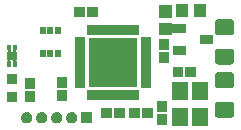
<source format=gts>
G04 #@! TF.GenerationSoftware,KiCad,Pcbnew,5.0.0-rc3+dfsg1-2*
G04 #@! TF.CreationDate,2018-08-10T14:47:19+09:00*
G04 #@! TF.ProjectId,fst-01,6673742D30312E6B696361645F706362,rev?*
G04 #@! TF.SameCoordinates,PX791ddc0PY5e69114*
G04 #@! TF.FileFunction,Soldermask,Top*
G04 #@! TF.FilePolarity,Negative*
%FSLAX46Y46*%
G04 Gerber Fmt 4.6, Leading zero omitted, Abs format (unit mm)*
G04 Created by KiCad (PCBNEW 5.0.0-rc3+dfsg1-2) date Fri Aug 10 14:47:19 2018*
%MOMM*%
%LPD*%
G01*
G04 APERTURE LIST*
%ADD10C,0.150000*%
G04 APERTURE END LIST*
D10*
G36*
X-2373800Y-4879700D02*
X-3726200Y-4879700D01*
X-3726200Y-3327300D01*
X-2373800Y-3327300D01*
X-2373800Y-4879700D01*
X-2373800Y-4879700D01*
G37*
G36*
X-673800Y-4879700D02*
X-2026200Y-4879700D01*
X-2026200Y-3327300D01*
X-673800Y-3327300D01*
X-673800Y-4879700D01*
X-673800Y-4879700D01*
G37*
G36*
X-4124550Y-4809340D02*
X-4975450Y-4809340D01*
X-4975450Y-3894940D01*
X-4124550Y-3894940D01*
X-4124550Y-4809340D01*
X-4124550Y-4809340D01*
G37*
G36*
X-12053098Y-3720400D02*
X-12021083Y-3733661D01*
X-11966436Y-3756296D01*
X-11966435Y-3756297D01*
X-11888440Y-3808411D01*
X-11822111Y-3874740D01*
X-11785487Y-3929553D01*
X-11769996Y-3952736D01*
X-11763887Y-3967485D01*
X-11734100Y-4039398D01*
X-11715800Y-4131398D01*
X-11715800Y-4225202D01*
X-11734100Y-4317202D01*
X-11734102Y-4317206D01*
X-11769996Y-4403864D01*
X-11769997Y-4403865D01*
X-11822111Y-4481860D01*
X-11888440Y-4548189D01*
X-11947003Y-4587319D01*
X-11966436Y-4600304D01*
X-12021083Y-4622939D01*
X-12053098Y-4636200D01*
X-12145098Y-4654500D01*
X-12238902Y-4654500D01*
X-12330902Y-4636200D01*
X-12362917Y-4622939D01*
X-12417564Y-4600304D01*
X-12436997Y-4587319D01*
X-12495560Y-4548189D01*
X-12561889Y-4481860D01*
X-12614003Y-4403865D01*
X-12614004Y-4403864D01*
X-12649898Y-4317206D01*
X-12649900Y-4317202D01*
X-12668200Y-4225202D01*
X-12668200Y-4131398D01*
X-12649900Y-4039398D01*
X-12620113Y-3967485D01*
X-12614004Y-3952736D01*
X-12598513Y-3929553D01*
X-12561889Y-3874740D01*
X-12495560Y-3808411D01*
X-12417565Y-3756297D01*
X-12417564Y-3756296D01*
X-12362917Y-3733661D01*
X-12330902Y-3720400D01*
X-12238902Y-3702100D01*
X-12145098Y-3702100D01*
X-12053098Y-3720400D01*
X-12053098Y-3720400D01*
G37*
G36*
X-10445800Y-4654500D02*
X-11398200Y-4654500D01*
X-11398200Y-3702100D01*
X-10445800Y-3702100D01*
X-10445800Y-4654500D01*
X-10445800Y-4654500D01*
G37*
G36*
X-13323098Y-3720400D02*
X-13291083Y-3733661D01*
X-13236436Y-3756296D01*
X-13236435Y-3756297D01*
X-13158440Y-3808411D01*
X-13092111Y-3874740D01*
X-13055487Y-3929553D01*
X-13039996Y-3952736D01*
X-13033887Y-3967485D01*
X-13004100Y-4039398D01*
X-12985800Y-4131398D01*
X-12985800Y-4225202D01*
X-13004100Y-4317202D01*
X-13004102Y-4317206D01*
X-13039996Y-4403864D01*
X-13039997Y-4403865D01*
X-13092111Y-4481860D01*
X-13158440Y-4548189D01*
X-13217003Y-4587319D01*
X-13236436Y-4600304D01*
X-13291083Y-4622939D01*
X-13323098Y-4636200D01*
X-13415098Y-4654500D01*
X-13508902Y-4654500D01*
X-13600902Y-4636200D01*
X-13632917Y-4622939D01*
X-13687564Y-4600304D01*
X-13706997Y-4587319D01*
X-13765560Y-4548189D01*
X-13831889Y-4481860D01*
X-13884003Y-4403865D01*
X-13884004Y-4403864D01*
X-13919898Y-4317206D01*
X-13919900Y-4317202D01*
X-13938200Y-4225202D01*
X-13938200Y-4131398D01*
X-13919900Y-4039398D01*
X-13890113Y-3967485D01*
X-13884004Y-3952736D01*
X-13868513Y-3929553D01*
X-13831889Y-3874740D01*
X-13765560Y-3808411D01*
X-13687565Y-3756297D01*
X-13687564Y-3756296D01*
X-13632917Y-3733661D01*
X-13600902Y-3720400D01*
X-13508902Y-3702100D01*
X-13415098Y-3702100D01*
X-13323098Y-3720400D01*
X-13323098Y-3720400D01*
G37*
G36*
X-15863098Y-3720400D02*
X-15831083Y-3733661D01*
X-15776436Y-3756296D01*
X-15776435Y-3756297D01*
X-15698440Y-3808411D01*
X-15632111Y-3874740D01*
X-15595487Y-3929553D01*
X-15579996Y-3952736D01*
X-15573887Y-3967485D01*
X-15544100Y-4039398D01*
X-15525800Y-4131398D01*
X-15525800Y-4225202D01*
X-15544100Y-4317202D01*
X-15544102Y-4317206D01*
X-15579996Y-4403864D01*
X-15579997Y-4403865D01*
X-15632111Y-4481860D01*
X-15698440Y-4548189D01*
X-15757003Y-4587319D01*
X-15776436Y-4600304D01*
X-15831083Y-4622939D01*
X-15863098Y-4636200D01*
X-15955098Y-4654500D01*
X-16048902Y-4654500D01*
X-16140902Y-4636200D01*
X-16172917Y-4622939D01*
X-16227564Y-4600304D01*
X-16246997Y-4587319D01*
X-16305560Y-4548189D01*
X-16371889Y-4481860D01*
X-16424003Y-4403865D01*
X-16424004Y-4403864D01*
X-16459898Y-4317206D01*
X-16459900Y-4317202D01*
X-16478200Y-4225202D01*
X-16478200Y-4131398D01*
X-16459900Y-4039398D01*
X-16430113Y-3967485D01*
X-16424004Y-3952736D01*
X-16408513Y-3929553D01*
X-16371889Y-3874740D01*
X-16305560Y-3808411D01*
X-16227565Y-3756297D01*
X-16227564Y-3756296D01*
X-16172917Y-3733661D01*
X-16140902Y-3720400D01*
X-16048902Y-3702100D01*
X-15955098Y-3702100D01*
X-15863098Y-3720400D01*
X-15863098Y-3720400D01*
G37*
G36*
X-14593098Y-3720400D02*
X-14561083Y-3733661D01*
X-14506436Y-3756296D01*
X-14506435Y-3756297D01*
X-14428440Y-3808411D01*
X-14362111Y-3874740D01*
X-14325487Y-3929553D01*
X-14309996Y-3952736D01*
X-14303887Y-3967485D01*
X-14274100Y-4039398D01*
X-14255800Y-4131398D01*
X-14255800Y-4225202D01*
X-14274100Y-4317202D01*
X-14274102Y-4317206D01*
X-14309996Y-4403864D01*
X-14309997Y-4403865D01*
X-14362111Y-4481860D01*
X-14428440Y-4548189D01*
X-14487003Y-4587319D01*
X-14506436Y-4600304D01*
X-14561083Y-4622939D01*
X-14593098Y-4636200D01*
X-14685098Y-4654500D01*
X-14778902Y-4654500D01*
X-14870902Y-4636200D01*
X-14902917Y-4622939D01*
X-14957564Y-4600304D01*
X-14976997Y-4587319D01*
X-15035560Y-4548189D01*
X-15101889Y-4481860D01*
X-15154003Y-4403865D01*
X-15154004Y-4403864D01*
X-15189898Y-4317206D01*
X-15189900Y-4317202D01*
X-15208200Y-4225202D01*
X-15208200Y-4131398D01*
X-15189900Y-4039398D01*
X-15160113Y-3967485D01*
X-15154004Y-3952736D01*
X-15138513Y-3929553D01*
X-15101889Y-3874740D01*
X-15035560Y-3808411D01*
X-14957565Y-3756297D01*
X-14957564Y-3756296D01*
X-14902917Y-3733661D01*
X-14870902Y-3720400D01*
X-14778902Y-3702100D01*
X-14685098Y-3702100D01*
X-14593098Y-3720400D01*
X-14593098Y-3720400D01*
G37*
G36*
X-6391440Y-4178950D02*
X-7305840Y-4178950D01*
X-7305840Y-3328050D01*
X-6391440Y-3328050D01*
X-6391440Y-4178950D01*
X-6391440Y-4178950D01*
G37*
G36*
X-5294160Y-4178950D02*
X-6208560Y-4178950D01*
X-6208560Y-3328050D01*
X-5294160Y-3328050D01*
X-5294160Y-4178950D01*
X-5294160Y-4178950D01*
G37*
G36*
X-7694160Y-4178950D02*
X-8608560Y-4178950D01*
X-8608560Y-3328050D01*
X-7694160Y-3328050D01*
X-7694160Y-4178950D01*
X-7694160Y-4178950D01*
G37*
G36*
X-8791440Y-4178950D02*
X-9705840Y-4178950D01*
X-9705840Y-3328050D01*
X-8791440Y-3328050D01*
X-8791440Y-4178950D01*
X-8791440Y-4178950D01*
G37*
G36*
X1329553Y-2829988D02*
X1386968Y-2847404D01*
X1439877Y-2875684D01*
X1486254Y-2913746D01*
X1524316Y-2960123D01*
X1552596Y-3013032D01*
X1570012Y-3070447D01*
X1576200Y-3133267D01*
X1576200Y-3866733D01*
X1570012Y-3929553D01*
X1552596Y-3986968D01*
X1524316Y-4039877D01*
X1486254Y-4086254D01*
X1439877Y-4124316D01*
X1386968Y-4152596D01*
X1329553Y-4170012D01*
X1266733Y-4176200D01*
X233267Y-4176200D01*
X170447Y-4170012D01*
X113032Y-4152596D01*
X60123Y-4124316D01*
X13746Y-4086254D01*
X-24316Y-4039877D01*
X-52596Y-3986968D01*
X-70012Y-3929553D01*
X-76200Y-3866733D01*
X-76200Y-3133267D01*
X-70012Y-3070447D01*
X-52596Y-3013032D01*
X-24316Y-2960123D01*
X13746Y-2913746D01*
X60123Y-2875684D01*
X113032Y-2847404D01*
X170447Y-2829988D01*
X233267Y-2823800D01*
X1266733Y-2823800D01*
X1329553Y-2829988D01*
X1329553Y-2829988D01*
G37*
G36*
X-4124550Y-3712060D02*
X-4975450Y-3712060D01*
X-4975450Y-2797660D01*
X-4124550Y-2797660D01*
X-4124550Y-3712060D01*
X-4124550Y-3712060D01*
G37*
G36*
X-15324550Y-2859340D02*
X-16175450Y-2859340D01*
X-16175450Y-1944940D01*
X-15324550Y-1944940D01*
X-15324550Y-2859340D01*
X-15324550Y-2859340D01*
G37*
G36*
X-16823800Y-2829000D02*
X-17676200Y-2829000D01*
X-17676200Y-1976600D01*
X-16823800Y-1976600D01*
X-16823800Y-2829000D01*
X-16823800Y-2829000D01*
G37*
G36*
X-12574550Y-2783840D02*
X-13425450Y-2783840D01*
X-13425450Y-1869440D01*
X-12574550Y-1869440D01*
X-12574550Y-2783840D01*
X-12574550Y-2783840D01*
G37*
G36*
X-6510000Y-2703500D02*
X-10890000Y-2703500D01*
X-10890000Y-1853500D01*
X-6510000Y-1853500D01*
X-6510000Y-2703500D01*
X-6510000Y-2703500D01*
G37*
G36*
X-673800Y-2679700D02*
X-2026200Y-2679700D01*
X-2026200Y-1127300D01*
X-673800Y-1127300D01*
X-673800Y-2679700D01*
X-673800Y-2679700D01*
G37*
G36*
X-2373800Y-2679700D02*
X-3726200Y-2679700D01*
X-3726200Y-1127300D01*
X-2373800Y-1127300D01*
X-2373800Y-2679700D01*
X-2373800Y-2679700D01*
G37*
G36*
X-15324550Y-1762060D02*
X-16175450Y-1762060D01*
X-16175450Y-847660D01*
X-15324550Y-847660D01*
X-15324550Y-1762060D01*
X-15324550Y-1762060D01*
G37*
G36*
X-11050000Y-1693500D02*
X-11900000Y-1693500D01*
X-11900000Y2686500D01*
X-11050000Y2686500D01*
X-11050000Y-1693500D01*
X-11050000Y-1693500D01*
G37*
G36*
X-5500000Y-1693500D02*
X-6350000Y-1693500D01*
X-6350000Y2686500D01*
X-5500000Y2686500D01*
X-5500000Y-1693500D01*
X-5500000Y-1693500D01*
G37*
G36*
X-12574550Y-1686560D02*
X-13425450Y-1686560D01*
X-13425450Y-772160D01*
X-12574550Y-772160D01*
X-12574550Y-1686560D01*
X-12574550Y-1686560D01*
G37*
G36*
X1329553Y-329988D02*
X1386968Y-347404D01*
X1439877Y-375684D01*
X1486254Y-413746D01*
X1524316Y-460123D01*
X1552596Y-513032D01*
X1570012Y-570447D01*
X1576200Y-633267D01*
X1576200Y-1366733D01*
X1570012Y-1429553D01*
X1552596Y-1486968D01*
X1524316Y-1539877D01*
X1486254Y-1586254D01*
X1439877Y-1624316D01*
X1386968Y-1652596D01*
X1329553Y-1670012D01*
X1266733Y-1676200D01*
X233267Y-1676200D01*
X170447Y-1670012D01*
X113032Y-1652596D01*
X60123Y-1624316D01*
X13746Y-1586254D01*
X-24316Y-1539877D01*
X-52596Y-1486968D01*
X-70012Y-1429553D01*
X-76200Y-1366733D01*
X-76200Y-633267D01*
X-70012Y-570447D01*
X-52596Y-513032D01*
X-24316Y-460123D01*
X13746Y-413746D01*
X60123Y-375684D01*
X113032Y-347404D01*
X170447Y-329988D01*
X233267Y-323800D01*
X1266733Y-323800D01*
X1329553Y-329988D01*
X1329553Y-329988D01*
G37*
G36*
X-6650000Y-1553500D02*
X-10750000Y-1553500D01*
X-10750000Y2546500D01*
X-6650000Y2546500D01*
X-6650000Y-1553500D01*
X-6650000Y-1553500D01*
G37*
G36*
X-16823800Y-1330400D02*
X-17676200Y-1330400D01*
X-17676200Y-478000D01*
X-16823800Y-478000D01*
X-16823800Y-1330400D01*
X-16823800Y-1330400D01*
G37*
G36*
X-2741440Y-728950D02*
X-3655840Y-728950D01*
X-3655840Y121950D01*
X-2741440Y121950D01*
X-2741440Y-728950D01*
X-2741440Y-728950D01*
G37*
G36*
X-1644160Y-728950D02*
X-2558560Y-728950D01*
X-2558560Y121950D01*
X-1644160Y121950D01*
X-1644160Y-728950D01*
X-1644160Y-728950D01*
G37*
G36*
X-17378898Y2015272D02*
X-17369904Y2012544D01*
X-17361614Y2008113D01*
X-17354349Y2002151D01*
X-17348387Y1994886D01*
X-17343956Y1986596D01*
X-17341228Y1977602D01*
X-17340000Y1965134D01*
X-17340000Y1567866D01*
X-17341228Y1555398D01*
X-17343956Y1546404D01*
X-17348387Y1538114D01*
X-17354349Y1530849D01*
X-17356499Y1529085D01*
X-17365301Y1520283D01*
X-17372217Y1509933D01*
X-17376980Y1498432D01*
X-17379408Y1486223D01*
X-17379408Y1473775D01*
X-17376979Y1461566D01*
X-17372215Y1450065D01*
X-17365299Y1439715D01*
X-17356497Y1430913D01*
X-17346147Y1423997D01*
X-17334646Y1419234D01*
X-17316214Y1416500D01*
X-17183786Y1416500D01*
X-17171398Y1417720D01*
X-17159486Y1421334D01*
X-17148507Y1427202D01*
X-17138885Y1435099D01*
X-17130988Y1444721D01*
X-17125120Y1455700D01*
X-17121506Y1467612D01*
X-17120286Y1480000D01*
X-17121506Y1492388D01*
X-17125120Y1504300D01*
X-17130988Y1515279D01*
X-17143501Y1529085D01*
X-17145651Y1530849D01*
X-17151613Y1538114D01*
X-17156044Y1546404D01*
X-17158772Y1555398D01*
X-17160000Y1567866D01*
X-17160000Y1965134D01*
X-17158772Y1977602D01*
X-17156044Y1986596D01*
X-17151613Y1994886D01*
X-17145651Y2002151D01*
X-17138386Y2008113D01*
X-17130096Y2012544D01*
X-17121102Y2015272D01*
X-17108634Y2016500D01*
X-16891366Y2016500D01*
X-16878898Y2015272D01*
X-16869904Y2012544D01*
X-16861614Y2008113D01*
X-16854349Y2002151D01*
X-16848387Y1994886D01*
X-16843956Y1986596D01*
X-16841228Y1977602D01*
X-16840000Y1965134D01*
X-16840000Y1567866D01*
X-16841228Y1555398D01*
X-16843956Y1546404D01*
X-16848387Y1538114D01*
X-16854349Y1530849D01*
X-16861614Y1524887D01*
X-16869902Y1520457D01*
X-16872520Y1519663D01*
X-16884021Y1514900D01*
X-16894372Y1507985D01*
X-16903175Y1499183D01*
X-16910091Y1488833D01*
X-16914856Y1477333D01*
X-16917285Y1465124D01*
X-16917286Y1452676D01*
X-16914858Y1440467D01*
X-16910095Y1428966D01*
X-16903180Y1418615D01*
X-16894378Y1409812D01*
X-16884025Y1402894D01*
X-16863835Y1392102D01*
X-16842174Y1374326D01*
X-16824398Y1352665D01*
X-16811189Y1327952D01*
X-16803054Y1301135D01*
X-16800000Y1270132D01*
X-16800000Y862868D01*
X-16803054Y831865D01*
X-16811189Y805048D01*
X-16824398Y780335D01*
X-16842174Y758674D01*
X-16863835Y740898D01*
X-16884025Y730106D01*
X-16894376Y723190D01*
X-16903178Y714387D01*
X-16910093Y704037D01*
X-16914857Y692536D01*
X-16917285Y680327D01*
X-16917285Y667879D01*
X-16914856Y655670D01*
X-16910093Y644170D01*
X-16903177Y633819D01*
X-16894374Y625017D01*
X-16884024Y618102D01*
X-16872520Y613337D01*
X-16869902Y612543D01*
X-16861614Y608113D01*
X-16854349Y602151D01*
X-16848387Y594886D01*
X-16843956Y586596D01*
X-16841228Y577602D01*
X-16840000Y565134D01*
X-16840000Y167866D01*
X-16841228Y155398D01*
X-16843956Y146404D01*
X-16848387Y138114D01*
X-16854349Y130849D01*
X-16861614Y124887D01*
X-16869904Y120456D01*
X-16878898Y117728D01*
X-16891366Y116500D01*
X-17108634Y116500D01*
X-17121102Y117728D01*
X-17130096Y120456D01*
X-17138386Y124887D01*
X-17145651Y130849D01*
X-17151613Y138114D01*
X-17156044Y146404D01*
X-17158772Y155398D01*
X-17160000Y167866D01*
X-17160000Y565134D01*
X-17158772Y577602D01*
X-17156044Y586596D01*
X-17151613Y594886D01*
X-17145651Y602151D01*
X-17143501Y603915D01*
X-17134699Y612717D01*
X-17127783Y623067D01*
X-17123020Y634568D01*
X-17120592Y646777D01*
X-17120592Y659225D01*
X-17123021Y671434D01*
X-17127785Y682935D01*
X-17134701Y693285D01*
X-17143503Y702087D01*
X-17153853Y709003D01*
X-17165354Y713766D01*
X-17183786Y716500D01*
X-17316214Y716500D01*
X-17328602Y715280D01*
X-17340514Y711666D01*
X-17351493Y705798D01*
X-17361115Y697901D01*
X-17369012Y688279D01*
X-17374880Y677300D01*
X-17378494Y665388D01*
X-17379714Y653000D01*
X-17378494Y640612D01*
X-17374880Y628700D01*
X-17369012Y617721D01*
X-17356499Y603915D01*
X-17354349Y602151D01*
X-17348387Y594886D01*
X-17343956Y586596D01*
X-17341228Y577602D01*
X-17340000Y565134D01*
X-17340000Y167866D01*
X-17341228Y155398D01*
X-17343956Y146404D01*
X-17348387Y138114D01*
X-17354349Y130849D01*
X-17361614Y124887D01*
X-17369904Y120456D01*
X-17378898Y117728D01*
X-17391366Y116500D01*
X-17608634Y116500D01*
X-17621102Y117728D01*
X-17630096Y120456D01*
X-17638386Y124887D01*
X-17645651Y130849D01*
X-17651613Y138114D01*
X-17656044Y146404D01*
X-17658772Y155398D01*
X-17660000Y167866D01*
X-17660000Y565134D01*
X-17658772Y577602D01*
X-17656044Y586596D01*
X-17651613Y594886D01*
X-17645651Y602151D01*
X-17638386Y608113D01*
X-17630098Y612543D01*
X-17627480Y613337D01*
X-17615979Y618100D01*
X-17605628Y625015D01*
X-17596825Y633817D01*
X-17589909Y644167D01*
X-17585144Y655667D01*
X-17582715Y667876D01*
X-17582714Y680324D01*
X-17585142Y692533D01*
X-17589905Y704034D01*
X-17596820Y714385D01*
X-17605622Y723188D01*
X-17615975Y730106D01*
X-17636165Y740898D01*
X-17657826Y758674D01*
X-17675602Y780335D01*
X-17688811Y805048D01*
X-17696946Y831865D01*
X-17700000Y862868D01*
X-17700000Y1270132D01*
X-17696946Y1301135D01*
X-17688811Y1327952D01*
X-17675602Y1352665D01*
X-17657826Y1374326D01*
X-17636165Y1392102D01*
X-17615975Y1402894D01*
X-17605624Y1409810D01*
X-17596822Y1418613D01*
X-17589907Y1428963D01*
X-17585143Y1440464D01*
X-17582715Y1452673D01*
X-17582715Y1465121D01*
X-17585144Y1477330D01*
X-17589907Y1488830D01*
X-17596823Y1499181D01*
X-17605626Y1507983D01*
X-17615976Y1514898D01*
X-17627480Y1519663D01*
X-17630098Y1520457D01*
X-17638386Y1524887D01*
X-17645651Y1530849D01*
X-17651613Y1538114D01*
X-17656044Y1546404D01*
X-17658772Y1555398D01*
X-17660000Y1567866D01*
X-17660000Y1965134D01*
X-17658772Y1977602D01*
X-17656044Y1986596D01*
X-17651613Y1994886D01*
X-17645651Y2002151D01*
X-17638386Y2008113D01*
X-17630096Y2012544D01*
X-17621102Y2015272D01*
X-17608634Y2016500D01*
X-17391366Y2016500D01*
X-17378898Y2015272D01*
X-17378898Y2015272D01*
G37*
G36*
X1329553Y1670012D02*
X1386968Y1652596D01*
X1439877Y1624316D01*
X1486254Y1586254D01*
X1524316Y1539877D01*
X1552596Y1486968D01*
X1570012Y1429553D01*
X1576200Y1366733D01*
X1576200Y633267D01*
X1570012Y570447D01*
X1552596Y513032D01*
X1524316Y460123D01*
X1486254Y413746D01*
X1439877Y375684D01*
X1386968Y347404D01*
X1329553Y329988D01*
X1266733Y323800D01*
X233267Y323800D01*
X170447Y329988D01*
X113032Y347404D01*
X60123Y375684D01*
X13746Y413746D01*
X-24316Y460123D01*
X-52596Y513032D01*
X-70012Y570447D01*
X-76200Y633267D01*
X-76200Y1366733D01*
X-70012Y1429553D01*
X-52596Y1486968D01*
X-24316Y1539877D01*
X13746Y1586254D01*
X60123Y1624316D01*
X113032Y1652596D01*
X170447Y1670012D01*
X233267Y1676200D01*
X1266733Y1676200D01*
X1329553Y1670012D01*
X1329553Y1670012D01*
G37*
G36*
X-3974550Y454660D02*
X-4825450Y454660D01*
X-4825450Y1369060D01*
X-3974550Y1369060D01*
X-3974550Y454660D01*
X-3974550Y454660D01*
G37*
G36*
X-13750000Y986500D02*
X-14250000Y986500D01*
X-14250000Y1586500D01*
X-13750000Y1586500D01*
X-13750000Y986500D01*
X-13750000Y986500D01*
G37*
G36*
X-14400000Y986500D02*
X-14900000Y986500D01*
X-14900000Y1586500D01*
X-14400000Y1586500D01*
X-14400000Y986500D01*
X-14400000Y986500D01*
G37*
G36*
X-13100000Y986500D02*
X-13600000Y986500D01*
X-13600000Y1586500D01*
X-13100000Y1586500D01*
X-13100000Y986500D01*
X-13100000Y986500D01*
G37*
G36*
X-2554200Y1112200D02*
X-3606600Y1112200D01*
X-3606600Y1864600D01*
X-2554200Y1864600D01*
X-2554200Y1112200D01*
X-2554200Y1112200D01*
G37*
G36*
X-3974550Y1551940D02*
X-4825450Y1551940D01*
X-4825450Y2466340D01*
X-3974550Y2466340D01*
X-3974550Y1551940D01*
X-3974550Y1551940D01*
G37*
G36*
X-254200Y2062200D02*
X-1306600Y2062200D01*
X-1306600Y2814600D01*
X-254200Y2814600D01*
X-254200Y2062200D01*
X-254200Y2062200D01*
G37*
G36*
X-3673420Y3828100D02*
X-3672200Y3815712D01*
X-3668586Y3803800D01*
X-3662718Y3792821D01*
X-3654821Y3783199D01*
X-3645199Y3775302D01*
X-3634220Y3769434D01*
X-3622308Y3765820D01*
X-3609920Y3764600D01*
X-2554200Y3764600D01*
X-2554200Y3012200D01*
X-3609920Y3012200D01*
X-3622308Y3010980D01*
X-3634220Y3007366D01*
X-3645199Y3001498D01*
X-3654821Y2993601D01*
X-3662718Y2983979D01*
X-3668586Y2973000D01*
X-3672200Y2961088D01*
X-3673420Y2948700D01*
X-3673420Y2798880D01*
X-4826580Y2798880D01*
X-4826580Y3850440D01*
X-3673420Y3850440D01*
X-3673420Y3828100D01*
X-3673420Y3828100D01*
G37*
G36*
X1329553Y4170132D02*
X1386968Y4152716D01*
X1439877Y4124436D01*
X1486254Y4086374D01*
X1524316Y4039997D01*
X1552596Y3987088D01*
X1570012Y3929673D01*
X1576200Y3866853D01*
X1576200Y3133387D01*
X1570012Y3070567D01*
X1552596Y3013152D01*
X1524316Y2960243D01*
X1486254Y2913866D01*
X1439877Y2875804D01*
X1386968Y2847524D01*
X1329553Y2830108D01*
X1266733Y2823920D01*
X233267Y2823920D01*
X170447Y2830108D01*
X113032Y2847524D01*
X60123Y2875804D01*
X13746Y2913866D01*
X-24316Y2960243D01*
X-52596Y3013152D01*
X-70012Y3070567D01*
X-76200Y3133387D01*
X-76200Y3866853D01*
X-70012Y3929673D01*
X-52596Y3987088D01*
X-24316Y4039997D01*
X13746Y4086374D01*
X60123Y4124436D01*
X113032Y4152716D01*
X170447Y4170132D01*
X233267Y4176320D01*
X1266733Y4176320D01*
X1329553Y4170132D01*
X1329553Y4170132D01*
G37*
G36*
X-6510000Y2846500D02*
X-10890000Y2846500D01*
X-10890000Y3696500D01*
X-6510000Y3696500D01*
X-6510000Y2846500D01*
X-6510000Y2846500D01*
G37*
G36*
X-13750000Y2886500D02*
X-14250000Y2886500D01*
X-14250000Y3486500D01*
X-13750000Y3486500D01*
X-13750000Y2886500D01*
X-13750000Y2886500D01*
G37*
G36*
X-14400000Y2886500D02*
X-14900000Y2886500D01*
X-14900000Y3486500D01*
X-14400000Y3486500D01*
X-14400000Y2886500D01*
X-14400000Y2886500D01*
G37*
G36*
X-13100000Y2886500D02*
X-13600000Y2886500D01*
X-13600000Y3486500D01*
X-13100000Y3486500D01*
X-13100000Y2886500D01*
X-13100000Y2886500D01*
G37*
G36*
X-3673420Y4302560D02*
X-4826580Y4302560D01*
X-4826580Y5354120D01*
X-3673420Y5354120D01*
X-3673420Y4302560D01*
X-3673420Y4302560D01*
G37*
G36*
X-822380Y4319920D02*
X-1873940Y4319920D01*
X-1873940Y5473080D01*
X-822380Y5473080D01*
X-822380Y4319920D01*
X-822380Y4319920D01*
G37*
G36*
X-2326060Y4319920D02*
X-3377620Y4319920D01*
X-3377620Y5473080D01*
X-2326060Y5473080D01*
X-2326060Y4319920D01*
X-2326060Y4319920D01*
G37*
G36*
X-11091440Y4371050D02*
X-12005840Y4371050D01*
X-12005840Y5221950D01*
X-11091440Y5221950D01*
X-11091440Y4371050D01*
X-11091440Y4371050D01*
G37*
G36*
X-9994160Y4371050D02*
X-10908560Y4371050D01*
X-10908560Y5221950D01*
X-9994160Y5221950D01*
X-9994160Y4371050D01*
X-9994160Y4371050D01*
G37*
M02*

</source>
